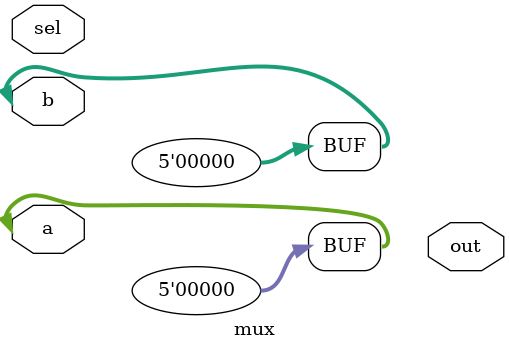
<source format=v>
module mux( 
input [4:0] a, b,
input sel,
output [4:0] out );
// When sel=0, assign a to out. 
// When sel=1, assign b to out.
not #(5) nsel(sel, out_not_sel);
and #(5) an(a, sel, out_not_sel);
and #(5) bn(b, out_not_sel, sel);
endmodule

</source>
